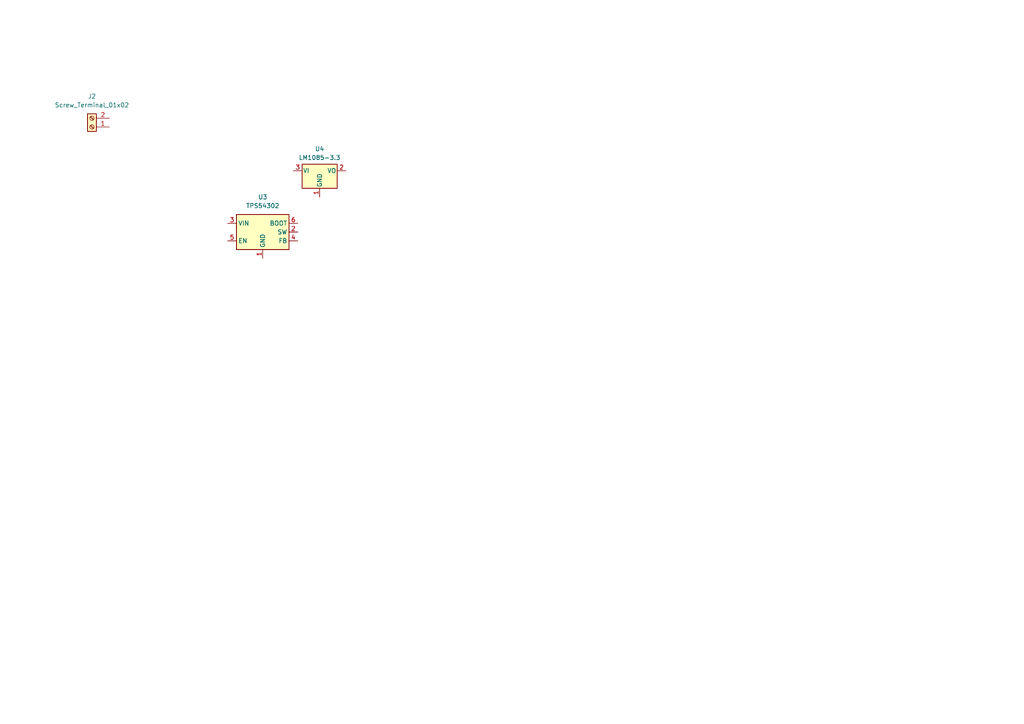
<source format=kicad_sch>
(kicad_sch (version 20231120) (generator "eeschema") (generator_version "8.0")
  (paper "A4")
  (lib_symbols
    (symbol "Connector:Screw_Terminal_01x02" (pin_names (offset 1.016) hide)
      (property "Reference" "J" (at 0 2.54 0))
      (property "Value" "Screw_Terminal_01x02" (at 0 -5.08 0))
      (symbol "Screw_Terminal_01x02_1_1"
        (rectangle (start -1.27 1.27) (end 1.27 -3.81) (stroke (width 0.254)) (fill (type background)))
        (circle (center 0 -2.54) (radius 0.635) (stroke (width 0.1524)))
        (polyline (pts (xy -0.5334 -2.2098) (xy 0.3302 -3.048)) (stroke (width 0.1524)))
        (polyline (pts (xy -0.5334 0.3302) (xy 0.3302 -0.508)) (stroke (width 0.1524)))
        (polyline (pts (xy -0.3556 -2.032) (xy 0.508 -2.8702)) (stroke (width 0.1524)))
        (polyline (pts (xy -0.3556 0.508) (xy 0.508 -0.3302)) (stroke (width 0.1524)))
        (circle (center 0 0) (radius 0.635) (stroke (width 0.1524)))
        (pin passive line (at -5.08 0 0) (length 3.81) (name "Pin_1") (number "1"))
        (pin passive line (at -5.08 -2.54 0) (length 3.81) (name "Pin_2") (number "2"))
      )
    )
    (symbol "Regulator_Linear:LM1085-3.3" (pin_names (offset 0.254))
      (property "Reference" "U" (at -3.81 3.175 0))
      (property "Value" "LM1085-3.3" (at 0 3.175 0))
      (symbol "LM1085-3.3_0_1"
        (rectangle (start -5.08 1.905) (end 5.08 -5.08) (stroke (width 0.254)) (fill (type background)))
      )
      (symbol "LM1085-3.3_1_1"
        (pin power_in line (at 0 -7.62 90) (length 2.54) (name "GND") (number "1"))
        (pin power_out line (at 7.62 0 180) (length 2.54) (name "VO") (number "2"))
        (pin power_in line (at -7.62 0 0) (length 2.54) (name "VI") (number "3"))
      )
    )
    (symbol "Regulator_Switching:TPS54302"
      (property "Reference" "U" (at -7.62 6.35 0))
      (property "Value" "TPS54302" (at 0 6.35 0))
      (symbol "TPS54302_0_1"
        (rectangle (start -7.62 5.08) (end 7.62 -5.08) (stroke (width 0.254)) (fill (type background)))
      )
      (symbol "TPS54302_1_1"
        (pin power_in line (at 0 -7.62 90) (length 2.54) (name "GND") (number "1"))
        (pin power_out line (at 10.16 0 180) (length 2.54) (name "SW") (number "2"))
        (pin power_in line (at -10.16 2.54 0) (length 2.54) (name "VIN") (number "3"))
        (pin input line (at 10.16 -2.54 180) (length 2.54) (name "FB") (number "4"))
        (pin input line (at -10.16 -2.54 0) (length 2.54) (name "EN") (number "5"))
        (pin passive line (at 10.16 2.54 180) (length 2.54) (name "BOOT") (number "6"))
      )
    )
  )
  (symbol (lib_id "Regulator_Linear:LM1085-3.3") (at 92.71 49.53 0) (unit 1)
    (property "Reference" "U4" (at 92.71 43.18 0))
    (property "Value" "LM1085-3.3" (at 92.71 45.72 0))
    (property "Datasheet" "http://www.ti.com/lit/ds/symlink/lm1085.pdf" (effects (hide yes)))
    (property "Description" "3A 27V Linear Regulator, Fixed Output 3.3V, TO-220/TO-263" (effects (hide yes)))
  )
  (symbol (lib_id "Connector:Screw_Terminal_01x02") (at 26.67 36.83 180) (unit 1)
    (property "Reference" "J2" (at 26.67 27.94 0))
    (property "Value" "Screw_Terminal_01x02" (at 26.67 30.48 0))
    (property "Description" "Generic screw terminal, single row, 01x02, script generated (kicad-library-utils/schlib/autogen/connector/)" (effects (hide yes)))
  )
  (symbol (lib_id "Regulator_Switching:TPS54302") (at 76.2 67.31 0) (unit 1)
    (property "Reference" "U3" (at 76.2 57.15 0))
    (property "Value" "TPS54302" (at 76.2 59.69 0))
    (property "Footprint" "Package_TO_SOT_SMD:SOT-23-6" (effects (hide yes)))
    (property "Datasheet" "http://www.ti.com/lit/ds/symlink/tps54302.pdf" (effects (hide yes)))
    (property "Description" "3A, 4.5 to 28V Input, EMI Friendly integrated switch synchronous step-down regulator, pulse-skipping, SOT-23-6" (effects (hide yes)))
  )
)
</source>
